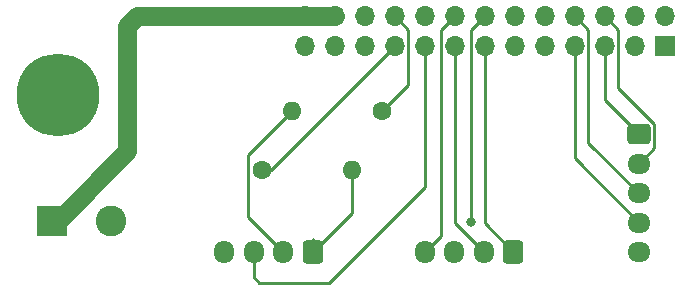
<source format=gbr>
G04 #@! TF.GenerationSoftware,KiCad,Pcbnew,(6.0.5)*
G04 #@! TF.CreationDate,2023-02-01T20:45:18-08:00*
G04 #@! TF.ProjectId,imac_g3_slot_loading_J22_adapter_board,696d6163-5f67-4335-9f73-6c6f745f6c6f,2*
G04 #@! TF.SameCoordinates,Original*
G04 #@! TF.FileFunction,Copper,L1,Top*
G04 #@! TF.FilePolarity,Positive*
%FSLAX46Y46*%
G04 Gerber Fmt 4.6, Leading zero omitted, Abs format (unit mm)*
G04 Created by KiCad (PCBNEW (6.0.5)) date 2023-02-01 20:45:18*
%MOMM*%
%LPD*%
G01*
G04 APERTURE LIST*
G04 Aperture macros list*
%AMRoundRect*
0 Rectangle with rounded corners*
0 $1 Rounding radius*
0 $2 $3 $4 $5 $6 $7 $8 $9 X,Y pos of 4 corners*
0 Add a 4 corners polygon primitive as box body*
4,1,4,$2,$3,$4,$5,$6,$7,$8,$9,$2,$3,0*
0 Add four circle primitives for the rounded corners*
1,1,$1+$1,$2,$3*
1,1,$1+$1,$4,$5*
1,1,$1+$1,$6,$7*
1,1,$1+$1,$8,$9*
0 Add four rect primitives between the rounded corners*
20,1,$1+$1,$2,$3,$4,$5,0*
20,1,$1+$1,$4,$5,$6,$7,0*
20,1,$1+$1,$6,$7,$8,$9,0*
20,1,$1+$1,$8,$9,$2,$3,0*%
G04 Aperture macros list end*
G04 #@! TA.AperFunction,ComponentPad*
%ADD10O,1.600000X1.600000*%
G04 #@! TD*
G04 #@! TA.AperFunction,ComponentPad*
%ADD11C,1.600000*%
G04 #@! TD*
G04 #@! TA.AperFunction,ComponentPad*
%ADD12O,1.950000X1.700000*%
G04 #@! TD*
G04 #@! TA.AperFunction,ComponentPad*
%ADD13RoundRect,0.250000X-0.725000X0.600000X-0.725000X-0.600000X0.725000X-0.600000X0.725000X0.600000X0*%
G04 #@! TD*
G04 #@! TA.AperFunction,ComponentPad*
%ADD14R,1.700000X1.700000*%
G04 #@! TD*
G04 #@! TA.AperFunction,ComponentPad*
%ADD15O,1.700000X1.700000*%
G04 #@! TD*
G04 #@! TA.AperFunction,ComponentPad*
%ADD16O,1.700000X1.950000*%
G04 #@! TD*
G04 #@! TA.AperFunction,ComponentPad*
%ADD17RoundRect,0.250000X0.600000X0.725000X-0.600000X0.725000X-0.600000X-0.725000X0.600000X-0.725000X0*%
G04 #@! TD*
G04 #@! TA.AperFunction,ComponentPad*
%ADD18C,2.600000*%
G04 #@! TD*
G04 #@! TA.AperFunction,ComponentPad*
%ADD19R,2.600000X2.600000*%
G04 #@! TD*
G04 #@! TA.AperFunction,ComponentPad*
%ADD20C,0.800000*%
G04 #@! TD*
G04 #@! TA.AperFunction,ComponentPad*
%ADD21C,7.000000*%
G04 #@! TD*
G04 #@! TA.AperFunction,ViaPad*
%ADD22C,0.800000*%
G04 #@! TD*
G04 #@! TA.AperFunction,Conductor*
%ADD23C,0.250000*%
G04 #@! TD*
G04 #@! TA.AperFunction,Conductor*
%ADD24C,1.587600*%
G04 #@! TD*
G04 APERTURE END LIST*
D10*
X130020000Y-97440000D03*
D11*
X137640000Y-97440000D03*
D10*
X135060000Y-102440000D03*
D11*
X127440000Y-102440000D03*
D12*
X159380000Y-109368000D03*
X159380000Y-106868000D03*
X159380000Y-104368000D03*
X159380000Y-101868000D03*
D13*
X159380000Y-99368000D03*
D14*
X161544000Y-91948000D03*
D15*
X161544000Y-89408000D03*
X159004000Y-91948000D03*
X159004000Y-89408000D03*
X156464000Y-91948000D03*
X156464000Y-89408000D03*
X153924000Y-91948000D03*
X153924000Y-89408000D03*
X151384000Y-91948000D03*
X151384000Y-89408000D03*
X148844000Y-91948000D03*
X148844000Y-89408000D03*
X146304000Y-91948000D03*
X146304000Y-89408000D03*
X143764000Y-91948000D03*
X143764000Y-89408000D03*
X141224000Y-91948000D03*
X141224000Y-89408000D03*
X138684000Y-91948000D03*
X138684000Y-89408000D03*
X136144000Y-91948000D03*
X136144000Y-89408000D03*
X133604000Y-91948000D03*
X133604000Y-89408000D03*
X131064000Y-91948000D03*
X131064000Y-89408000D03*
D16*
X141250000Y-109360000D03*
X143750000Y-109360000D03*
X146250000Y-109360000D03*
D17*
X148750000Y-109360000D03*
D16*
X124250000Y-109360000D03*
X126750000Y-109360000D03*
X129250000Y-109360000D03*
D17*
X131750000Y-109360000D03*
D18*
X114702000Y-106708000D03*
D19*
X109702000Y-106708000D03*
D20*
X112028155Y-94181845D03*
X110172000Y-93413000D03*
X108315845Y-94181845D03*
X107547000Y-96038000D03*
X108315845Y-97894155D03*
X110172000Y-98663000D03*
X112028155Y-97894155D03*
X112797000Y-96038000D03*
D21*
X110172000Y-96038000D03*
D22*
X145140000Y-106840000D03*
D23*
X160120000Y-104260000D02*
X159200000Y-104260000D01*
X155099001Y-90583001D02*
X155099001Y-100087001D01*
X155099001Y-100087001D02*
X159380000Y-104368000D01*
X153924000Y-89408000D02*
X155099001Y-90583001D01*
X156464000Y-96452000D02*
X159380000Y-99368000D01*
X156464000Y-91948000D02*
X156464000Y-96452000D01*
X160680010Y-98529820D02*
X160680010Y-100567990D01*
X157639001Y-90583001D02*
X157639001Y-95488811D01*
X160680010Y-100567990D02*
X159380000Y-101868000D01*
X157639001Y-95488811D02*
X160680010Y-98529820D01*
X156464000Y-89408000D02*
X157639001Y-90583001D01*
X146304000Y-106914000D02*
X148750000Y-109360000D01*
X146304000Y-91948000D02*
X146304000Y-106914000D01*
X145128999Y-90583001D02*
X145128999Y-106828999D01*
X145128999Y-106828999D02*
X145140000Y-106840000D01*
X146304000Y-89408000D02*
X145128999Y-90583001D01*
X143764000Y-106874000D02*
X146250000Y-109360000D01*
X143764000Y-91948000D02*
X143764000Y-106874000D01*
X142588999Y-108021001D02*
X142588999Y-90583001D01*
X142588999Y-90583001D02*
X143764000Y-89408000D01*
X141250000Y-109360000D02*
X142588999Y-108021001D01*
X126750000Y-109360000D02*
X126750000Y-111450000D01*
X126750000Y-111450000D02*
X127240000Y-111940000D01*
X127240000Y-111940000D02*
X133140000Y-111940000D01*
X141224000Y-103856000D02*
X141224000Y-91948000D01*
X133140000Y-111940000D02*
X141224000Y-103856000D01*
X128192000Y-102440000D02*
X127440000Y-102440000D01*
X138684000Y-91948000D02*
X128192000Y-102440000D01*
X139859001Y-95220999D02*
X137640000Y-97440000D01*
X139859001Y-90583001D02*
X139859001Y-95220999D01*
X138684000Y-89408000D02*
X139859001Y-90583001D01*
D24*
X131064000Y-89408000D02*
X116842000Y-89408000D01*
X116842000Y-89408000D02*
X116052000Y-90198000D01*
X116052000Y-90198000D02*
X116052000Y-100819000D01*
X116052000Y-100819000D02*
X110163000Y-106708000D01*
X110163000Y-106708000D02*
X109702000Y-106708000D01*
X133604000Y-89408000D02*
X131064000Y-89408000D01*
D23*
X126314999Y-101145001D02*
X130020000Y-97440000D01*
X126314999Y-106424999D02*
X126314999Y-101145001D01*
X129250000Y-109360000D02*
X126314999Y-106424999D01*
X131640000Y-108400000D02*
X131640000Y-109440000D01*
X131750000Y-108290000D02*
X131750000Y-109360000D01*
X135060000Y-106050000D02*
X131750000Y-109360000D01*
X135060000Y-102440000D02*
X135060000Y-106050000D01*
X153924000Y-101412000D02*
X159380000Y-106868000D01*
X153924000Y-91948000D02*
X153924000Y-101412000D01*
M02*

</source>
